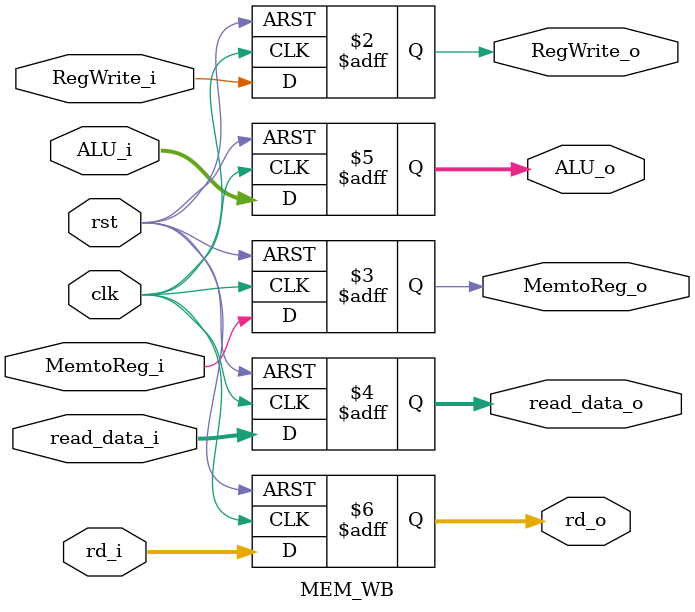
<source format=v>
module MEM_WB(
    input clk, rst,

    input RegWrite_i, MemtoReg_i,
    input [31:0] read_data_i,      // lw data
    input [31:0] ALU_i,            // ALU result
    input [4:0]  rd_i,             // destination register

    output reg RegWrite_o, MemtoReg_o,  
    // ¬O§_¤¹³\§âµ²ªG¼g¦^ Register File (R-type, lw, immmediate)
    // WB ¶¥¬qªº mux ±±¨î ¨Ó¦Û°O¾ÐÅéÁÙ¬O ALU (ALU(0) / Memory(1, lw))
    output reg [31:0] read_data_o,
    output reg [31:0] ALU_o,
    output reg [4:0]  rd_o
);

always @(posedge clk or posedge rst) begin
    if (rst) begin
        RegWrite_o <= 0;
        MemtoReg_o <= 0;
        read_data_o <= 0;
        ALU_o <= 0;
        rd_o <= 0;
    end else begin
        RegWrite_o <= RegWrite_i;
        MemtoReg_o <= MemtoReg_i;
        read_data_o <= read_data_i;
        ALU_o <= ALU_i;
        rd_o <= rd_i;
    end
end

endmodule

</source>
